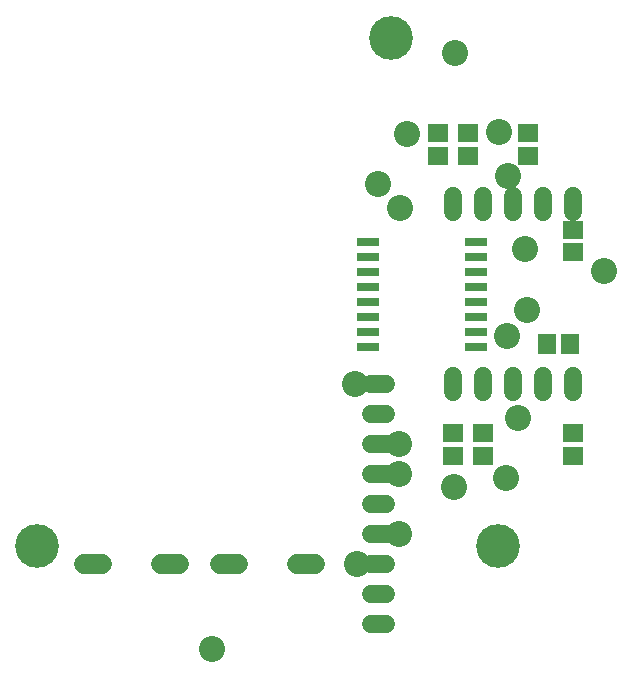
<source format=gbr>
G04 EAGLE Gerber RS-274X export*
G75*
%MOMM*%
%FSLAX34Y34*%
%LPD*%
%INSoldermask Bottom*%
%IPPOS*%
%AMOC8*
5,1,8,0,0,1.08239X$1,22.5*%
G01*
%ADD10C,3.703200*%
%ADD11C,1.727200*%
%ADD12R,1.703200X1.503200*%
%ADD13R,1.503200X1.703200*%
%ADD14R,1.955600X0.765100*%
%ADD15C,1.524000*%
%ADD16C,2.203200*%


D10*
X130000Y130000D03*
X520000Y130000D03*
X430000Y560000D03*
D11*
X250132Y114300D02*
X234892Y114300D01*
X185108Y114300D02*
X169868Y114300D01*
D12*
X546100Y479400D03*
X546100Y460400D03*
X584200Y378500D03*
X584200Y397500D03*
D13*
X581000Y300990D03*
X562000Y300990D03*
D12*
X508000Y206400D03*
X508000Y225400D03*
X482600Y206400D03*
X482600Y225400D03*
X495300Y479400D03*
X495300Y460400D03*
X469900Y479400D03*
X469900Y460400D03*
D14*
X409894Y298450D03*
X409894Y311150D03*
X409894Y323850D03*
X409894Y336550D03*
X409894Y349250D03*
X409894Y361950D03*
X409894Y374650D03*
X409894Y387350D03*
X501966Y387350D03*
X501966Y374650D03*
X501966Y361950D03*
X501966Y349250D03*
X501966Y336550D03*
X501966Y323850D03*
X501966Y311150D03*
X501966Y298450D03*
D15*
X482600Y273304D02*
X482600Y260096D01*
X508000Y260096D02*
X508000Y273304D01*
X533400Y273304D02*
X533400Y260096D01*
X558800Y260096D02*
X558800Y273304D01*
X584200Y273304D02*
X584200Y260096D01*
X584200Y412496D02*
X584200Y425704D01*
X558800Y425704D02*
X558800Y412496D01*
X533400Y412496D02*
X533400Y425704D01*
X508000Y425704D02*
X508000Y412496D01*
X482600Y412496D02*
X482600Y425704D01*
D12*
X584200Y225400D03*
X584200Y206400D03*
D11*
X365132Y114300D02*
X349892Y114300D01*
X300108Y114300D02*
X284868Y114300D01*
D15*
X412496Y266700D02*
X425704Y266700D01*
X425704Y241300D02*
X412496Y241300D01*
X412496Y215900D02*
X425704Y215900D01*
X425704Y190500D02*
X412496Y190500D01*
X412496Y165100D02*
X425704Y165100D01*
X425704Y139700D02*
X412496Y139700D01*
X412496Y114300D02*
X425704Y114300D01*
X425704Y88900D02*
X412496Y88900D01*
X412496Y63500D02*
X425704Y63500D01*
D16*
X484280Y546910D03*
X278540Y42720D03*
X528730Y442770D03*
X537620Y238300D03*
X418410Y435960D03*
X437460Y415880D03*
X436880Y190500D03*
X436880Y215900D03*
X399440Y266580D03*
X521430Y480080D03*
X544530Y329760D03*
X526900Y187460D03*
X610160Y362380D03*
X482780Y179600D03*
X543020Y381190D03*
X443570Y478810D03*
X528020Y307220D03*
X436880Y139700D03*
X401320Y114300D03*
M02*

</source>
